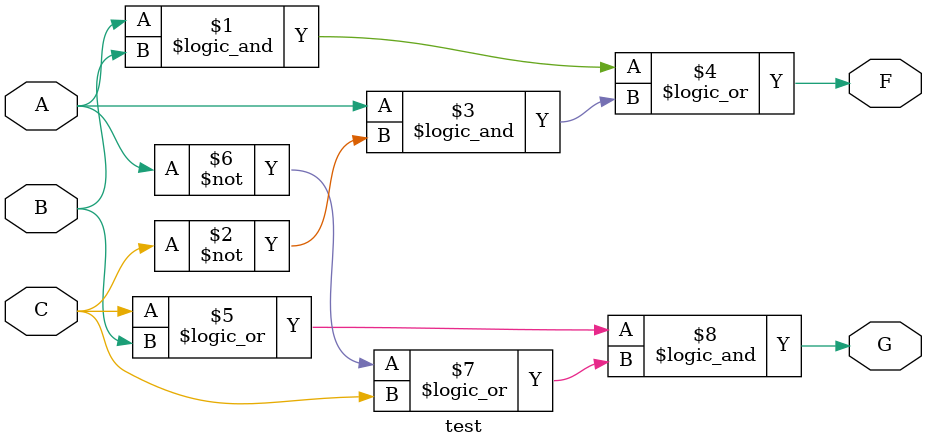
<source format=v>
module test(
    input A,
    input B,
    input C,
    output F,
    output G
    );

    assign F = (A && B) || (A && (~ C));
    assign G = (C || B ) && ((~ A) || C);

endmodule

</source>
